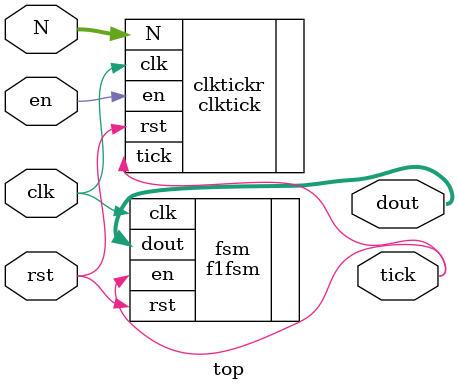
<source format=sv>
module top #(
    parameter WIDTH = 16
) (
    input logic clk,
    input logic en, 
    input logic rst,
    input logic [WIDTH-1:0] N,
    output logic tick,
    output logic [7:0] dout

);
    
clktick clktickr(
    .clk(clk),
    .en(en),
    .N(N),
    .rst(rst),
    .tick(tick)
);

f1fsm fsm(
    .en(tick),
    .clk(clk),
    .rst(rst),
    .dout(dout)
);

    
endmodule

</source>
